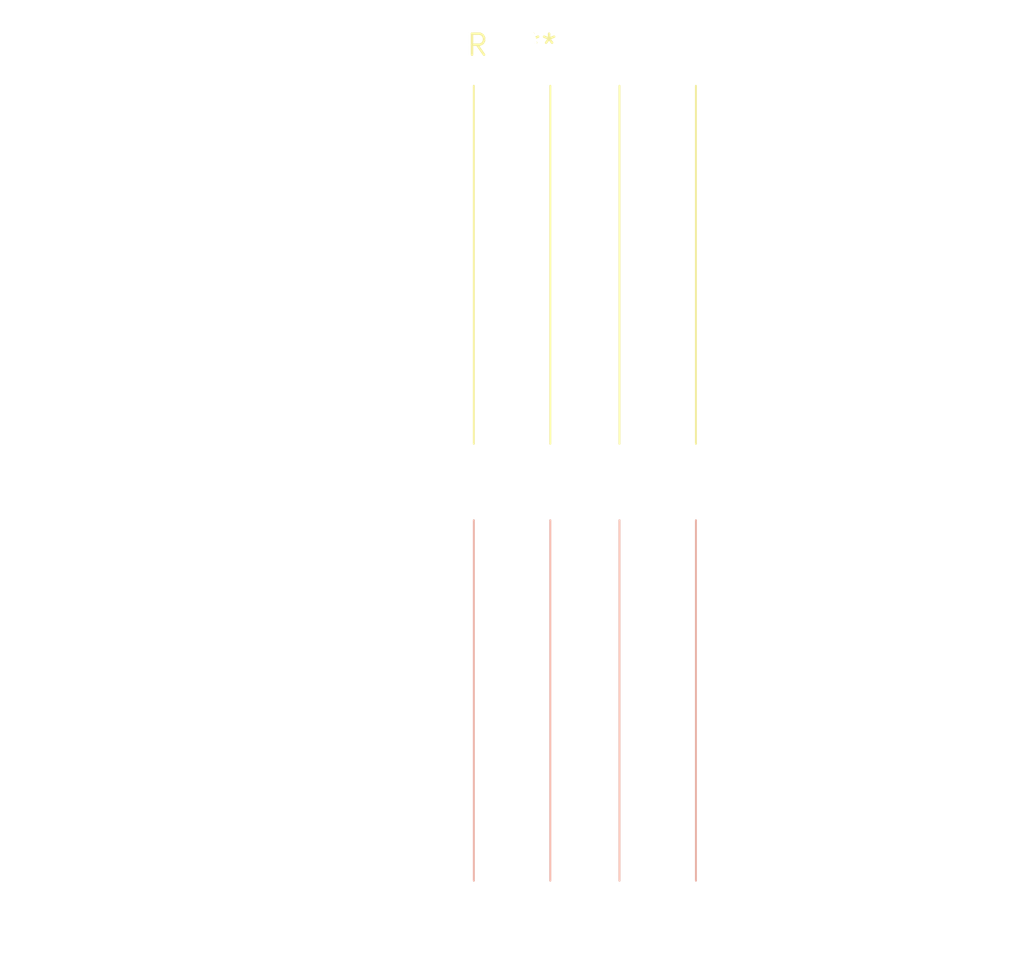
<source format=kicad_pcb>
(kicad_pcb (version 20240108) (generator pcbnew)
  (layers (0 "F.Cu" signal) (31 "B.Cu" signal) (34 "B.Paste" user) (35 "F.Paste" user) (36 "B.SilkS" user "B.Silkscreen") (37 "F.SilkS" user "F.Silkscreen") (38 "B.Mask" user) (39 "F.Mask" user) (44 "Edge.Cuts" user))
  (net 0 "")
  (footprint "SolderWire-2.5sqmm_1x02_P8.8mm_D2.4mm_OD4.4mm_Relief2x" (layer "F.Cu") (at 0 0)
    (property "Reference" "REF**")
    (property "Value" "SolderWire-2.5sqmm_1x02_P8.8mm_D2.4mm_OD4.4mm_Relief2x")
    (fp_line (start -2.31 28.71) (end -2.31 50.49) (layer "B.SilkS") (stroke (width 0.12)))
    (fp_line (start 2.31 28.71) (end 2.31 50.49) (layer "B.SilkS") (stroke (width 0.12)))
    (fp_line (start 6.49 28.71) (end 6.49 50.49) (layer "B.SilkS") (stroke (width 0.12)))
    (fp_line (start 11.11 28.71) (end 11.11 50.49) (layer "B.SilkS") (stroke (width 0.12)))
    (fp_line (start -2.31 2.46) (end -2.31 24.09) (layer "F.SilkS") (stroke (width 0.12)))
    (fp_line (start 2.31 2.46) (end 2.31 24.09) (layer "F.SilkS") (stroke (width 0.12)))
    (fp_line (start 6.49 2.46) (end 6.49 24.09) (layer "F.SilkS") (stroke (width 0.12)))
    (fp_line (start 11.11 2.46) (end 11.11 24.09) (layer "F.SilkS") (stroke (width 0.12)))
    (pad "" np_thru_hole circle (at 0 26.4) (size 4.9 4.9) (drill 4.9) (layers *.Cu *.Mask))
    (pad "" np_thru_hole circle (at 0 52.8) (size 4.9 4.9) (drill 4.9) (layers *.Cu *.Mask))
    (pad "" np_thru_hole circle (at 8.8 26.4) (size 4.9 4.9) (drill 4.9) (layers *.Cu *.Mask))
    (pad "" np_thru_hole circle (at 8.8 52.8) (size 4.9 4.9) (drill 4.9) (layers *.Cu *.Mask))
    (pad "1" thru_hole roundrect (at 0 0) (size 4.4 4.4) (drill 3) (layers *.Cu *.Mask) (remove_unused_layers) (roundrect_rratio 0.056818))
    (pad "2" thru_hole circle (at 8.8 0) (size 4.4 4.4) (drill 3) (layers *.Cu *.Mask) (remove_unused_layers))
  )
)
</source>
